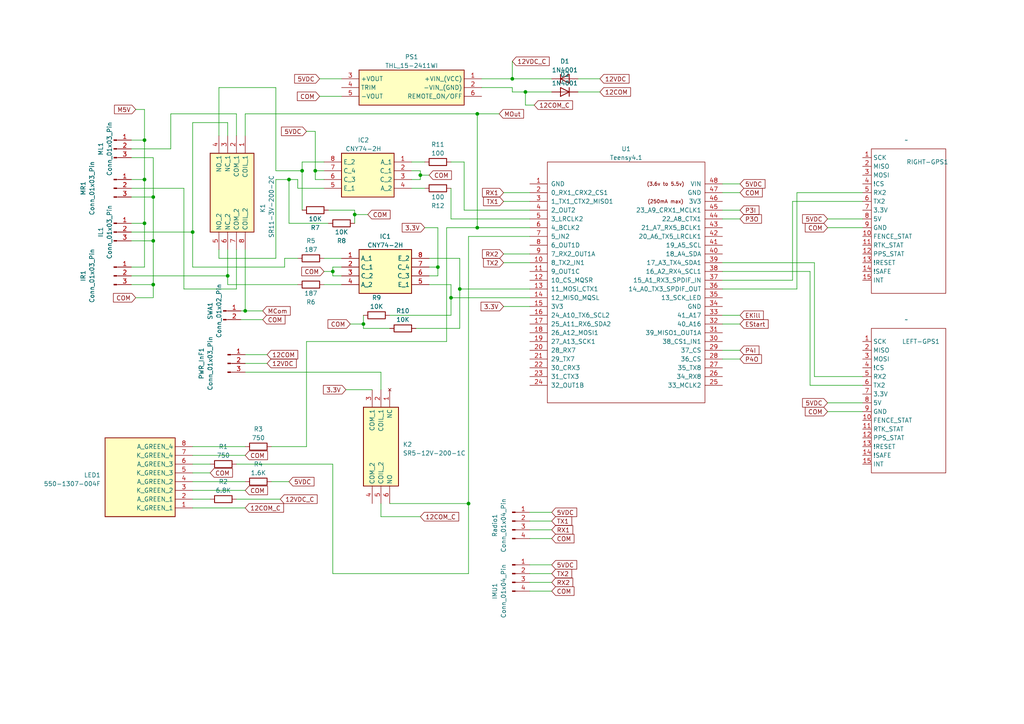
<source format=kicad_sch>
(kicad_sch (version 20230121) (generator eeschema)
  (paper "A4")
  (title_block (title "AGV Control Board") (rev "V1.2") (comment 1 "In/Out Swapped on A3C and A4C") (comment 2 "*Adding redable Txt on board") (comment 3 "E and C Swapped"))
  (lib_symbols
    (symbol "Boards:SparkFun_GPS-RTK"
      (property "Reference" "U3" (at -1.27 -6.35 0))
      (property "Value" "~" (at 0 0 0))
      (symbol "SparkFun_GPS-RTK_0_1"
        (rectangle (start -10.16 -2.54) (end 11.43 -44.45))
      )
      (symbol "SparkFun_GPS-RTK_1_1"
        (pin unspecified line (at -12.7 -6.35 0) (length 2.54) (name "SCK") (number "1"))
        (pin unspecified line (at -12.7 -29.21 0) (length 2.54) (name "FENCE_STAT") (number "10"))
        (pin unspecified line (at -12.7 -31.75 0) (length 2.54) (name "RTK_STAT") (number "11"))
        (pin unspecified line (at -12.7 -34.29 0) (length 2.54) (name "PPS_STAT") (number "12"))
        (pin unspecified line (at -12.7 -36.83 0) (length 2.54) (name "!RESET") (number "13"))
        (pin unspecified line (at -12.7 -39.37 0) (length 2.54) (name "!SAFE") (number "14"))
        (pin unspecified line (at -12.7 -41.91 0) (length 2.54) (name "INT") (number "15"))
        (pin unspecified line (at -12.7 -8.89 0) (length 2.54) (name "MISO") (number "2"))
        (pin unspecified line (at -12.7 -11.43 0) (length 2.54) (name "MOSI") (number "3"))
        (pin unspecified line (at -12.7 -13.97 0) (length 2.54) (name "!CS") (number "4"))
        (pin unspecified line (at -12.7 -16.51 0) (length 2.54) (name "RX2") (number "5"))
        (pin unspecified line (at -12.7 -19.05 0) (length 2.54) (name "TX2") (number "6"))
        (pin unspecified line (at -12.7 -21.59 0) (length 2.54) (name "3.3V") (number "7"))
        (pin unspecified line (at -12.7 -24.13 0) (length 2.54) (name "5V") (number "8"))
        (pin unspecified line (at -12.7 -26.67 0) (length 2.54) (name "GND") (number "9"))
      )
    )
    (symbol "Connector:Conn_01x02_Pin" (pin_names (offset 1.016) hide)
      (property "Reference" "J" (at 0 2.54 0))
      (property "Value" "Conn_01x02_Pin" (at 0 -5.08 0))
      (symbol "Conn_01x02_Pin_1_1"
        (polyline (pts (xy 1.27 -2.54) (xy 0.8636 -2.54)) (stroke (width 0.1524)))
        (polyline (pts (xy 1.27 0) (xy 0.8636 0)) (stroke (width 0.1524)))
        (rectangle (start 0.8636 -2.413) (end 0 -2.667) (stroke (width 0.1524)) (fill (type outline)))
        (rectangle (start 0.8636 0.127) (end 0 -0.127) (stroke (width 0.1524)) (fill (type outline)))
        (pin passive line (at 5.08 0 180) (length 3.81) (name "Pin_1") (number "1"))
        (pin passive line (at 5.08 -2.54 180) (length 3.81) (name "Pin_2") (number "2"))
      )
    )
    (symbol "Connector:Conn_01x03_Pin" (pin_names (offset 1.016) hide)
      (property "Reference" "J" (at 0 5.08 0))
      (property "Value" "Conn_01x03_Pin" (at 0 -5.08 0))
      (symbol "Conn_01x03_Pin_1_1"
        (polyline (pts (xy 1.27 -2.54) (xy 0.8636 -2.54)) (stroke (width 0.1524)))
        (polyline (pts (xy 1.27 0) (xy 0.8636 0)) (stroke (width 0.1524)))
        (polyline (pts (xy 1.27 2.54) (xy 0.8636 2.54)) (stroke (width 0.1524)))
        (rectangle (start 0.8636 -2.413) (end 0 -2.667) (stroke (width 0.1524)) (fill (type outline)))
        (rectangle (start 0.8636 0.127) (end 0 -0.127) (stroke (width 0.1524)) (fill (type outline)))
        (rectangle (start 0.8636 2.667) (end 0 2.413) (stroke (width 0.1524)) (fill (type outline)))
        (pin passive line (at 5.08 2.54 180) (length 3.81) (name "Pin_1") (number "1"))
        (pin passive line (at 5.08 0 180) (length 3.81) (name "Pin_2") (number "2"))
        (pin passive line (at 5.08 -2.54 180) (length 3.81) (name "Pin_3") (number "3"))
      )
    )
    (symbol "Connector:Conn_01x04_Pin" (pin_names (offset 1.016) hide)
      (property "Reference" "J" (at 0 5.08 0))
      (property "Value" "Conn_01x04_Pin" (at 0 -7.62 0))
      (symbol "Conn_01x04_Pin_1_1"
        (polyline (pts (xy 1.27 -5.08) (xy 0.8636 -5.08)) (stroke (width 0.1524)))
        (polyline (pts (xy 1.27 -2.54) (xy 0.8636 -2.54)) (stroke (width 0.1524)))
        (polyline (pts (xy 1.27 0) (xy 0.8636 0)) (stroke (width 0.1524)))
        (polyline (pts (xy 1.27 2.54) (xy 0.8636 2.54)) (stroke (width 0.1524)))
        (rectangle (start 0.8636 -4.953) (end 0 -5.207) (stroke (width 0.1524)) (fill (type outline)))
        (rectangle (start 0.8636 -2.413) (end 0 -2.667) (stroke (width 0.1524)) (fill (type outline)))
        (rectangle (start 0.8636 0.127) (end 0 -0.127) (stroke (width 0.1524)) (fill (type outline)))
        (rectangle (start 0.8636 2.667) (end 0 2.413) (stroke (width 0.1524)) (fill (type outline)))
        (pin passive line (at 5.08 2.54 180) (length 3.81) (name "Pin_1") (number "1"))
        (pin passive line (at 5.08 0 180) (length 3.81) (name "Pin_2") (number "2"))
        (pin passive line (at 5.08 -2.54 180) (length 3.81) (name "Pin_3") (number "3"))
        (pin passive line (at 5.08 -5.08 180) (length 3.81) (name "Pin_4") (number "4"))
      )
    )
    (symbol "Device:R" (pin_numbers hide) (pin_names (offset 0))
      (property "Reference" "R" (at 2.032 0 90))
      (property "Value" "R" (at 0 0 90))
      (symbol "R_0_1"
        (rectangle (start -1.016 -2.54) (end 1.016 2.54) (stroke (width 0.254)))
      )
      (symbol "R_1_1"
        (pin passive line (at 0 3.81 270) (length 1.27) (name "~") (number "1"))
        (pin passive line (at 0 -3.81 90) (length 1.27) (name "~") (number "2"))
      )
    )
    (symbol "Diode:1N4001" (pin_numbers hide) (pin_names hide)
      (property "Reference" "D" (at 0 2.54 0))
      (property "Value" "1N4001" (at 0 -2.54 0))
      (symbol "1N4001_0_1"
        (polyline (pts (xy -1.27 1.27) (xy -1.27 -1.27)) (stroke (width 0.254)))
        (polyline (pts (xy 1.27 0) (xy -1.27 0)))
        (polyline (pts (xy 1.27 1.27) (xy 1.27 -1.27) (xy -1.27 0) (xy 1.27 1.27)) (stroke (width 0.254)))
      )
      (symbol "1N4001_1_1"
        (pin passive line (at -3.81 0 0) (length 2.54) (name "K") (number "1"))
        (pin passive line (at 3.81 0 180) (length 2.54) (name "A") (number "2"))
      )
    )
    (symbol "SamacSys:550-1307-004F"
      (property "Reference" "LED" (at 26.67 7.62 0))
      (property "Value" "550-1307-004F" (at 26.67 5.08 0))
      (symbol "550-1307-004F_1_1"
        (rectangle (start 5.08 2.54) (end 25.4 -20.32) (stroke (width 0.254)) (fill (type background)))
        (pin passive line (at 0 -17.78 0) (length 5.08) (name "K_GREEN_1") (number "1"))
        (pin passive line (at 0 -15.24 0) (length 5.08) (name "A_GREEN_1") (number "2"))
        (pin passive line (at 0 -12.7 0) (length 5.08) (name "K_GREEN_2") (number "3"))
        (pin passive line (at 0 -10.16 0) (length 5.08) (name "A_GREEN_2") (number "4"))
        (pin passive line (at 0 -7.62 0) (length 5.08) (name "K_GREEN_3") (number "5"))
        (pin passive line (at 0 -5.08 0) (length 5.08) (name "A_GREEN_3") (number "6"))
        (pin passive line (at 0 -2.54 0) (length 5.08) (name "K_GREEN_4") (number "7"))
        (pin passive line (at 0 0 0) (length 5.08) (name "A_GREEN_4") (number "8"))
      )
    )
    (symbol "SamacSys:CNY74-2H"
      (property "Reference" "Q" (at 21.59 7.62 0))
      (property "Value" "CNY74-2H" (at 21.59 5.08 0))
      (symbol "CNY74-2H_1_1"
        (rectangle (start 5.08 2.54) (end 20.32 -10.16) (stroke (width 0.254)) (fill (type background)))
        (pin passive line (at 0 0 0) (length 5.08) (name "A_1") (number "1"))
        (pin passive line (at 0 -2.54 0) (length 5.08) (name "C_1") (number "2"))
        (pin passive line (at 0 -5.08 0) (length 5.08) (name "C_2") (number "3"))
        (pin passive line (at 0 -7.62 0) (length 5.08) (name "A_2") (number "4"))
        (pin passive line (at 25.4 -7.62 180) (length 5.08) (name "E_1") (number "5"))
        (pin passive line (at 25.4 -5.08 180) (length 5.08) (name "C_3") (number "6"))
        (pin passive line (at 25.4 -2.54 180) (length 5.08) (name "C_4") (number "7"))
        (pin passive line (at 25.4 0 180) (length 5.08) (name "E_2") (number "8"))
      )
    )
    (symbol "SamacSys:SR11-3V-200-2C"
      (property "Reference" "K" (at 29.21 7.62 0))
      (property "Value" "SR11-3V-200-2C" (at 29.21 5.08 0))
      (symbol "SR11-3V-200-2C_1_1"
        (rectangle (start 5.08 2.54) (end 27.94 -10.16) (stroke (width 0.254)) (fill (type background)))
        (pin passive line (at 0 0 0) (length 5.08) (name "COIL_1") (number "1"))
        (pin passive line (at 0 -2.54 0) (length 5.08) (name "COM_1") (number "2"))
        (pin passive line (at 0 -5.08 0) (length 5.08) (name "NC_1") (number "3"))
        (pin passive line (at 0 -7.62 0) (length 5.08) (name "NO_1") (number "4"))
        (pin passive line (at 33.02 -7.62 180) (length 5.08) (name "NO_2") (number "5"))
        (pin passive line (at 33.02 -5.08 180) (length 5.08) (name "NC_2") (number "6"))
        (pin passive line (at 33.02 -2.54 180) (length 5.08) (name "COM_2") (number "7"))
        (pin passive line (at 33.02 0 180) (length 5.08) (name "COIL_2") (number "8"))
      )
    )
    (symbol "SamacSys:SR5-12V-200-1C"
      (property "Reference" "J" (at 29.21 7.62 0))
      (property "Value" "SR5-12V-200-1C" (at 29.21 5.08 0))
      (symbol "SR5-12V-200-1C_1_1"
        (rectangle (start 5.08 2.54) (end 27.94 -7.62) (stroke (width 0.254)) (fill (type background)))
        (pin no_connect line (at 0 0 0) (length 5.08) (name "NC") (number "1"))
        (pin passive line (at 0 -2.54 0) (length 5.08) (name "COIL_1") (number "2"))
        (pin passive line (at 0 -5.08 0) (length 5.08) (name "COM_1") (number "3"))
        (pin passive line (at 33.02 -5.08 180) (length 5.08) (name "COM_2") (number "4"))
        (pin passive line (at 33.02 -2.54 180) (length 5.08) (name "COIL_2") (number "5"))
        (pin passive line (at 33.02 0 180) (length 5.08) (name "NO") (number "6"))
      )
    )
    (symbol "SamacSys:THL_15-2411WI"
      (property "Reference" "PS" (at 36.83 7.62 0))
      (property "Value" "THL_15-2411WI" (at 36.83 5.08 0))
      (symbol "THL_15-2411WI_1_1"
        (rectangle (start 5.08 2.54) (end 35.56 -7.62) (stroke (width 0.254)) (fill (type background)))
        (pin passive line (at 40.64 0 180) (length 5.08) (name "+VIN_(VCC)") (number "1"))
        (pin passive line (at 40.64 -2.54 180) (length 5.08) (name "-VIN_(GND)") (number "2"))
        (pin passive line (at 0 0 0) (length 5.08) (name "+VOUT") (number "3"))
        (pin passive line (at 0 -2.54 0) (length 5.08) (name "TRIM") (number "4"))
        (pin passive line (at 0 -5.08 0) (length 5.08) (name "-VOUT") (number "5"))
        (pin passive line (at 40.64 -5.08 180) (length 5.08) (name "REMOTE_ON/OFF") (number "6"))
      )
    )
    (symbol "SparkFun_GPS-RTK_1"
      (property "Reference" "U2" (at 0 -6.35 0))
      (property "Value" "~" (at 0 0 0))
      (symbol "SparkFun_GPS-RTK_1_0_1"
        (rectangle (start -10.16 -2.54) (end 11.43 -44.45))
      )
      (symbol "SparkFun_GPS-RTK_1_1_1"
        (pin unspecified line (at -12.7 -5.08 0) (length 2.54) (name "SCK") (number "1"))
        (pin unspecified line (at -12.7 -27.94 0) (length 2.54) (name "FENCE_STAT") (number "10"))
        (pin unspecified line (at -12.7 -30.48 0) (length 2.54) (name "RTK_STAT") (number "11"))
        (pin unspecified line (at -12.7 -33.02 0) (length 2.54) (name "PPS_STAT") (number "12"))
        (pin unspecified line (at -12.7 -35.56 0) (length 2.54) (name "!RESET") (number "13"))
        (pin unspecified line (at -12.7 -38.1 0) (length 2.54) (name "!SAFE") (number "14"))
        (pin unspecified line (at -12.7 -40.64 0) (length 2.54) (name "INT") (number "15"))
        (pin unspecified line (at -12.7 -7.62 0) (length 2.54) (name "MISO") (number "2"))
        (pin unspecified line (at -12.7 -10.16 0) (length 2.54) (name "MOSI") (number "3"))
        (pin unspecified line (at -12.7 -12.7 0) (length 2.54) (name "!CS") (number "4"))
        (pin unspecified line (at -12.7 -15.24 0) (length 2.54) (name "RX2") (number "5"))
        (pin unspecified line (at -12.7 -17.78 0) (length 2.54) (name "TX2") (number "6"))
        (pin unspecified line (at -12.7 -20.32 0) (length 2.54) (name "3.3V") (number "7"))
        (pin unspecified line (at -12.7 -22.86 0) (length 2.54) (name "5V") (number "8"))
        (pin unspecified line (at -12.7 -25.4 0) (length 2.54) (name "GND") (number "9"))
      )
    )
    (symbol "Teensy:Teensy4.1" (pin_names (offset 1.016))
      (property "Reference" "U1" (at 0 64.77 0))
      (property "Value" "Teensy4.1" (at 0 62.23 0))
      (symbol "Teensy4.1_0_0"
        (text "(250mA max)" (at 11.43 49.53 0) (effects (font (size 1.016 1.016))))
        (text "(3.6v to 5.5v)" (at 11.43 54.61 0) (effects (font (size 1.016 1.016))))
        (pin bidirectional line (at -27.94 31.75 0) (length 5.08) (name "8_TX2_IN1") (number "10"))
        (pin bidirectional line (at -27.94 29.21 0) (length 5.08) (name "9_OUT1C") (number "11"))
        (pin bidirectional line (at -27.94 26.67 0) (length 5.08) (name "10_CS_MQSR") (number "12"))
        (pin bidirectional line (at -27.94 24.13 0) (length 5.08) (name "11_MOSI_CTX1") (number "13"))
        (pin bidirectional line (at -27.94 21.59 0) (length 5.08) (name "12_MISO_MQSL") (number "14"))
        (pin power_in line (at -27.94 19.05 0) (length 5.08) (name "3V3") (number "15"))
        (pin bidirectional line (at -27.94 16.51 0) (length 5.08) (name "24_A10_TX6_SCL2") (number "16"))
        (pin bidirectional line (at -27.94 13.97 0) (length 5.08) (name "25_A11_RX6_SDA2") (number "17"))
        (pin bidirectional line (at -27.94 11.43 0) (length 5.08) (name "26_A12_MOSI1") (number "18"))
        (pin bidirectional line (at -27.94 8.89 0) (length 5.08) (name "27_A13_SCK1") (number "19"))
        (pin bidirectional line (at -27.94 6.35 0) (length 5.08) (name "28_RX7") (number "20"))
        (pin bidirectional line (at -27.94 3.81 0) (length 5.08) (name "29_TX7") (number "21"))
        (pin bidirectional line (at -27.94 1.27 0) (length 5.08) (name "30_CRX3") (number "22"))
        (pin bidirectional line (at -27.94 -1.27 0) (length 5.08) (name "31_CTX3") (number "23"))
        (pin bidirectional line (at -27.94 -3.81 0) (length 5.08) (name "32_OUT1B") (number "24"))
        (pin bidirectional line (at 27.94 -3.81 180) (length 5.08) (name "33_MCLK2") (number "25"))
        (pin bidirectional line (at 27.94 -1.27 180) (length 5.08) (name "34_RX8") (number "26"))
        (pin bidirectional line (at 27.94 1.27 180) (length 5.08) (name "35_TX8") (number "27"))
        (pin bidirectional line (at 27.94 3.81 180) (length 5.08) (name "36_CS") (number "28"))
        (pin bidirectional line (at 27.94 6.35 180) (length 5.08) (name "37_CS") (number "29"))
        (pin bidirectional line (at 27.94 8.89 180) (length 5.08) (name "38_CS1_IN1") (number "30"))
        (pin bidirectional line (at 27.94 11.43 180) (length 5.08) (name "39_MISO1_OUT1A") (number "31"))
        (pin bidirectional line (at 27.94 13.97 180) (length 5.08) (name "40_A16") (number "32"))
        (pin bidirectional line (at 27.94 16.51 180) (length 5.08) (name "41_A17") (number "33"))
        (pin bidirectional line (at 27.94 21.59 180) (length 5.08) (name "13_SCK_LED") (number "35"))
        (pin bidirectional line (at 27.94 24.13 180) (length 5.08) (name "14_A0_TX3_SPDIF_OUT") (number "36"))
        (pin bidirectional line (at 27.94 26.67 180) (length 5.08) (name "15_A1_RX3_SPDIF_IN") (number "37"))
        (pin bidirectional line (at 27.94 29.21 180) (length 5.08) (name "16_A2_RX4_SCL1") (number "38"))
        (pin bidirectional line (at 27.94 31.75 180) (length 5.08) (name "17_A3_TX4_SDA1") (number "39"))
        (pin bidirectional line (at 27.94 34.29 180) (length 5.08) (name "18_A4_SDA") (number "40"))
        (pin bidirectional line (at 27.94 36.83 180) (length 5.08) (name "19_A5_SCL") (number "41"))
        (pin bidirectional line (at 27.94 39.37 180) (length 5.08) (name "20_A6_TX5_LRCLK1") (number "42"))
        (pin bidirectional line (at 27.94 41.91 180) (length 5.08) (name "21_A7_RX5_BCLK1") (number "43"))
        (pin bidirectional line (at 27.94 44.45 180) (length 5.08) (name "22_A8_CTX1") (number "44"))
        (pin bidirectional line (at 27.94 46.99 180) (length 5.08) (name "23_A9_CRX1_MCLK1") (number "45"))
        (pin output line (at 27.94 49.53 180) (length 5.08) (name "3V3") (number "46"))
        (pin output line (at 27.94 52.07 180) (length 5.08) (name "GND") (number "47"))
        (pin power_in line (at 27.94 54.61 180) (length 5.08) (name "VIN") (number "48"))
        (pin bidirectional line (at -27.94 44.45 0) (length 5.08) (name "3_LRCLK2") (number "5"))
        (pin bidirectional line (at -27.94 41.91 0) (length 5.08) (name "4_BCLK2") (number "6"))
        (pin bidirectional line (at -27.94 39.37 0) (length 5.08) (name "5_IN2") (number "7"))
        (pin bidirectional line (at -27.94 36.83 0) (length 5.08) (name "6_OUT1D") (number "8"))
        (pin bidirectional line (at -27.94 34.29 0) (length 5.08) (name "7_RX2_OUT1A") (number "9"))
      )
      (symbol "Teensy4.1_0_1"
        (rectangle (start -22.86 60.96) (end 22.86 -8.89))
        (rectangle (start -20.32 -1.27) (end -20.32 -1.27))
      )
      (symbol "Teensy4.1_1_1"
        (pin power_in line (at -27.94 54.61 0) (length 5.08) (name "GND") (number "1"))
        (pin bidirectional line (at -27.94 52.07 0) (length 5.08) (name "0_RX1_CRX2_CS1") (number "2"))
        (pin bidirectional line (at -27.94 49.53 0) (length 5.08) (name "1_TX1_CTX2_MISO1") (number "3"))
        (pin power_in line (at 27.94 19.05 180) (length 5.08) (name "GND") (number "34"))
        (pin bidirectional line (at -27.94 46.99 0) (length 5.08) (name "2_OUT2") (number "4"))
      )
    )
  )
  (junction (at 130.81 86.36))
  (junction (at 102.87 62.23))
  (junction (at 41.91 52.07))
  (junction (at 121.92 50.8))
  (junction (at 55.88 67.31))
  (junction (at 152.4 26.67))
  (junction (at 41.91 40.64))
  (junction (at 66.04 80.01))
  (junction (at 138.43 66.04))
  (junction (at 138.43 33.02))
  (junction (at 135.89 146.05))
  (junction (at 96.52 78.74))
  (junction (at 133.35 83.82))
  (junction (at 105.41 93.98))
  (junction (at 87.63 49.53))
  (junction (at 41.91 64.77))
  (junction (at 91.44 49.53))
  (junction (at 148.59 22.86))
  (junction (at 71.12 90.17))
  (junction (at 44.45 82.55))
  (junction (at 44.45 57.15))
  (junction (at 44.45 69.85))
  (junction (at 83.82 52.07))
  (junction (at 127 77.47))
  (wire (pts (xy 209.55 81.28) (xy 229.87 81.28)))
  (wire (pts (xy 138.43 66.04) (xy 138.43 33.02)))
  (wire (pts (xy 209.55 83.82) (xy 231.14 83.82)))
  (wire (pts (xy 146.05 73.66) (xy 153.67 73.66)))
  (wire (pts (xy 93.98 54.61) (xy 86.36 54.61)))
  (wire (pts (xy 93.98 46.99) (xy 87.63 46.99)))
  (wire (pts (xy 134.62 46.99) (xy 134.62 60.96)))
  (wire (pts (xy 71.12 72.39) (xy 71.12 90.17)))
  (wire (pts (xy 80.01 52.07) (xy 83.82 52.07)))
  (wire (pts (xy 38.1 40.64) (xy 41.91 40.64)))
  (wire (pts (xy 234.95 78.74) (xy 234.95 111.76)))
  (wire (pts (xy 96.52 80.01) (xy 96.52 78.74)))
  (wire (pts (xy 167.64 22.86) (xy 173.99 22.86)))
  (wire (pts (xy 127 80.01) (xy 127 77.47)))
  (wire (pts (xy 153.67 156.21) (xy 160.02 156.21)))
  (wire (pts (xy 87.63 46.99) (xy 87.63 49.53)))
  (wire (pts (xy 96.52 78.74) (xy 96.52 77.47)))
  (wire (pts (xy 127 66.04) (xy 127 77.47)))
  (wire (pts (xy 41.91 77.47) (xy 41.91 64.77)))
  (wire (pts (xy 138.43 33.02) (xy 144.78 33.02)))
  (wire (pts (xy 138.43 66.04) (xy 153.67 66.04)))
  (wire (pts (xy 71.12 105.41) (xy 77.47 105.41)))
  (wire (pts (xy 68.58 33.02) (xy 68.58 39.37)))
  (wire (pts (xy 240.03 119.38) (xy 250.19 119.38)))
  (wire (pts (xy 68.58 144.78) (xy 81.28 144.78)))
  (wire (pts (xy 38.1 45.72) (xy 44.45 45.72)))
  (wire (pts (xy 91.44 49.53) (xy 91.44 52.07)))
  (wire (pts (xy 80.01 25.4) (xy 80.01 49.53)))
  (wire (pts (xy 41.91 40.64) (xy 41.91 52.07)))
  (wire (pts (xy 100.33 113.03) (xy 107.95 113.03)))
  (wire (pts (xy 153.67 166.37) (xy 160.02 166.37)))
  (wire (pts (xy 209.55 55.88) (xy 214.63 55.88)))
  (wire (pts (xy 95.25 60.96) (xy 102.87 60.96)))
  (wire (pts (xy 153.67 148.59) (xy 160.02 148.59)))
  (wire (pts (xy 209.55 101.6) (xy 214.63 101.6)))
  (wire (pts (xy 119.38 54.61) (xy 123.19 54.61)))
  (wire (pts (xy 80.01 52.07) (xy 80.01 74.93)))
  (wire (pts (xy 124.46 50.8) (xy 121.92 50.8)))
  (wire (pts (xy 71.12 102.87) (xy 77.47 102.87)))
  (wire (pts (xy 80.01 74.93) (xy 63.5 74.93)))
  (wire (pts (xy 102.87 60.96) (xy 102.87 62.23)))
  (wire (pts (xy 55.88 129.54) (xy 71.12 129.54)))
  (wire (pts (xy 38.1 77.47) (xy 41.91 77.47)))
  (wire (pts (xy 110.49 107.95) (xy 110.49 113.03)))
  (wire (pts (xy 68.58 83.82) (xy 68.58 72.39)))
  (wire (pts (xy 123.19 66.04) (xy 127 66.04)))
  (wire (pts (xy 66.04 80.01) (xy 66.04 82.55)))
  (wire (pts (xy 55.88 134.62) (xy 60.96 134.62)))
  (wire (pts (xy 121.92 49.53) (xy 121.92 50.8)))
  (wire (pts (xy 152.4 26.67) (xy 148.59 26.67)))
  (wire (pts (xy 55.88 35.56) (xy 66.04 35.56)))
  (wire (pts (xy 135.89 68.58) (xy 153.67 68.58)))
  (wire (pts (xy 130.81 91.44) (xy 130.81 86.36)))
  (wire (pts (xy 106.68 62.23) (xy 102.87 62.23)))
  (wire (pts (xy 41.91 52.07) (xy 38.1 52.07)))
  (wire (pts (xy 88.9 99.06) (xy 129.54 99.06)))
  (wire (pts (xy 153.67 151.13) (xy 160.02 151.13)))
  (wire (pts (xy 130.81 86.36) (xy 153.67 86.36)))
  (wire (pts (xy 93.98 52.07) (xy 91.44 52.07)))
  (wire (pts (xy 134.62 60.96) (xy 153.67 60.96)))
  (wire (pts (xy 105.41 95.25) (xy 105.41 93.98)))
  (wire (pts (xy 146.05 88.9) (xy 153.67 88.9)))
  (wire (pts (xy 130.81 46.99) (xy 134.62 46.99)))
  (wire (pts (xy 38.1 57.15) (xy 44.45 57.15)))
  (wire (pts (xy 124.46 74.93) (xy 133.35 74.93)))
  (wire (pts (xy 69.85 92.71) (xy 76.2 92.71)))
  (wire (pts (xy 119.38 52.07) (xy 121.92 52.07)))
  (wire (pts (xy 93.98 82.55) (xy 99.06 82.55)))
  (wire (pts (xy 229.87 81.28) (xy 229.87 58.42)))
  (wire (pts (xy 80.01 25.4) (xy 63.5 25.4)))
  (wire (pts (xy 63.5 72.39) (xy 63.5 74.93)))
  (wire (pts (xy 86.36 54.61) (xy 86.36 52.07)))
  (wire (pts (xy 236.22 109.22) (xy 250.19 109.22)))
  (wire (pts (xy 38.1 67.31) (xy 55.88 67.31)))
  (wire (pts (xy 153.67 168.91) (xy 160.02 168.91)))
  (wire (pts (xy 119.38 46.99) (xy 123.19 46.99)))
  (wire (pts (xy 91.44 49.53) (xy 91.44 38.1)))
  (wire (pts (xy 130.81 54.61) (xy 130.81 63.5)))
  (wire (pts (xy 209.55 60.96) (xy 214.63 60.96)))
  (wire (pts (xy 93.98 78.74) (xy 96.52 78.74)))
  (wire (pts (xy 240.03 116.84) (xy 250.19 116.84)))
  (wire (pts (xy 49.53 33.02) (xy 68.58 33.02)))
  (wire (pts (xy 80.01 49.53) (xy 87.63 49.53)))
  (wire (pts (xy 38.1 80.01) (xy 66.04 80.01)))
  (wire (pts (xy 229.87 58.42) (xy 250.19 58.42)))
  (wire (pts (xy 121.92 49.53) (xy 119.38 49.53)))
  (wire (pts (xy 209.55 91.44) (xy 214.63 91.44)))
  (wire (pts (xy 153.67 163.83) (xy 160.02 163.83)))
  (wire (pts (xy 95.25 64.77) (xy 83.82 64.77)))
  (wire (pts (xy 55.88 77.47) (xy 55.88 67.31)))
  (wire (pts (xy 93.98 49.53) (xy 91.44 49.53)))
  (wire (pts (xy 146.05 76.2) (xy 153.67 76.2)))
  (wire (pts (xy 87.63 49.53) (xy 87.63 60.96)))
  (wire (pts (xy 135.89 146.05) (xy 135.89 68.58)))
  (wire (pts (xy 135.89 166.37) (xy 135.89 146.05)))
  (wire (pts (xy 63.5 25.4) (xy 63.5 39.37)))
  (wire (pts (xy 68.58 134.62) (xy 96.52 134.62)))
  (wire (pts (xy 209.55 76.2) (xy 236.22 76.2)))
  (wire (pts (xy 38.1 82.55) (xy 44.45 82.55)))
  (wire (pts (xy 78.74 139.7) (xy 83.82 139.7)))
  (wire (pts (xy 92.71 22.86) (xy 99.06 22.86)))
  (wire (pts (xy 71.12 107.95) (xy 110.49 107.95)))
  (wire (pts (xy 113.03 95.25) (xy 105.41 95.25)))
  (wire (pts (xy 209.55 63.5) (xy 214.63 63.5)))
  (wire (pts (xy 152.4 30.48) (xy 152.4 26.67)))
  (wire (pts (xy 96.52 77.47) (xy 99.06 77.47)))
  (wire (pts (xy 148.59 17.78) (xy 148.59 22.86)))
  (wire (pts (xy 82.55 77.47) (xy 55.88 77.47)))
  (wire (pts (xy 124.46 82.55) (xy 130.81 82.55)))
  (wire (pts (xy 88.9 129.54) (xy 88.9 99.06)))
  (wire (pts (xy 120.65 95.25) (xy 133.35 95.25)))
  (wire (pts (xy 49.53 43.18) (xy 49.53 33.02)))
  (wire (pts (xy 86.36 82.55) (xy 66.04 82.55)))
  (wire (pts (xy 55.88 142.24) (xy 71.12 142.24)))
  (wire (pts (xy 53.34 54.61) (xy 53.34 83.82)))
  (wire (pts (xy 130.81 63.5) (xy 153.67 63.5)))
  (wire (pts (xy 39.37 86.36) (xy 44.45 86.36)))
  (wire (pts (xy 110.49 146.05) (xy 110.49 149.86)))
  (wire (pts (xy 133.35 74.93) (xy 133.35 83.82)))
  (wire (pts (xy 139.7 22.86) (xy 148.59 22.86)))
  (wire (pts (xy 209.55 93.98) (xy 214.63 93.98)))
  (wire (pts (xy 209.55 53.34) (xy 214.63 53.34)))
  (wire (pts (xy 38.1 69.85) (xy 44.45 69.85)))
  (wire (pts (xy 99.06 80.01) (xy 96.52 80.01)))
  (wire (pts (xy 55.88 132.08) (xy 71.12 132.08)))
  (wire (pts (xy 113.03 91.44) (xy 130.81 91.44)))
  (wire (pts (xy 236.22 76.2) (xy 236.22 109.22)))
  (wire (pts (xy 102.87 64.77) (xy 102.87 62.23)))
  (wire (pts (xy 96.52 166.37) (xy 135.89 166.37)))
  (wire (pts (xy 38.1 54.61) (xy 53.34 54.61)))
  (wire (pts (xy 55.88 139.7) (xy 71.12 139.7)))
  (wire (pts (xy 146.05 55.88) (xy 153.67 55.88)))
  (wire (pts (xy 55.88 147.32) (xy 71.12 147.32)))
  (wire (pts (xy 133.35 83.82) (xy 153.67 83.82)))
  (wire (pts (xy 209.55 78.74) (xy 234.95 78.74)))
  (wire (pts (xy 71.12 90.17) (xy 76.2 90.17)))
  (wire (pts (xy 130.81 82.55) (xy 130.81 86.36)))
  (wire (pts (xy 129.54 99.06) (xy 129.54 66.04)))
  (wire (pts (xy 41.91 31.75) (xy 41.91 40.64)))
  (wire (pts (xy 167.64 26.67) (xy 173.99 26.67)))
  (wire (pts (xy 139.7 25.4) (xy 148.59 25.4)))
  (wire (pts (xy 209.55 104.14) (xy 214.63 104.14)))
  (wire (pts (xy 231.14 83.82) (xy 231.14 55.88)))
  (wire (pts (xy 88.9 38.1) (xy 91.44 38.1)))
  (wire (pts (xy 55.88 67.31) (xy 55.88 35.56)))
  (wire (pts (xy 92.71 27.94) (xy 99.06 27.94)))
  (wire (pts (xy 138.43 33.02) (xy 71.12 33.02)))
  (wire (pts (xy 148.59 22.86) (xy 160.02 22.86)))
  (wire (pts (xy 55.88 137.16) (xy 60.96 137.16)))
  (wire (pts (xy 124.46 77.47) (xy 127 77.47)))
  (wire (pts (xy 55.88 144.78) (xy 60.96 144.78)))
  (wire (pts (xy 110.49 149.86) (xy 121.92 149.86)))
  (wire (pts (xy 66.04 80.01) (xy 66.04 72.39)))
  (wire (pts (xy 71.12 90.17) (xy 69.85 90.17)))
  (wire (pts (xy 44.45 82.55) (xy 44.45 69.85)))
  (wire (pts (xy 121.92 50.8) (xy 121.92 52.07)))
  (wire (pts (xy 53.34 83.82) (xy 68.58 83.82)))
  (wire (pts (xy 96.52 134.62) (xy 96.52 166.37)))
  (wire (pts (xy 101.6 93.98) (xy 105.41 93.98)))
  (wire (pts (xy 38.1 43.18) (xy 49.53 43.18)))
  (wire (pts (xy 44.45 86.36) (xy 44.45 82.55)))
  (wire (pts (xy 129.54 66.04) (xy 138.43 66.04)))
  (wire (pts (xy 234.95 111.76) (xy 250.19 111.76)))
  (wire (pts (xy 153.67 171.45) (xy 160.02 171.45)))
  (wire (pts (xy 154.94 30.48) (xy 152.4 30.48)))
  (wire (pts (xy 124.46 80.01) (xy 127 80.01)))
  (wire (pts (xy 231.14 55.88) (xy 250.19 55.88)))
  (wire (pts (xy 113.03 146.05) (xy 135.89 146.05)))
  (wire (pts (xy 82.55 74.93) (xy 82.55 77.47)))
  (wire (pts (xy 44.45 57.15) (xy 44.45 45.72)))
  (wire (pts (xy 240.03 63.5) (xy 250.19 63.5)))
  (wire (pts (xy 82.55 74.93) (xy 86.36 74.93)))
  (wire (pts (xy 41.91 64.77) (xy 41.91 52.07)))
  (wire (pts (xy 160.02 26.67) (xy 152.4 26.67)))
  (wire (pts (xy 153.67 153.67) (xy 160.02 153.67)))
  (wire (pts (xy 39.37 31.75) (xy 41.91 31.75)))
  (wire (pts (xy 66.04 35.56) (xy 66.04 39.37)))
  (wire (pts (xy 148.59 26.67) (xy 148.59 25.4)))
  (wire (pts (xy 38.1 64.77) (xy 41.91 64.77)))
  (wire (pts (xy 93.98 74.93) (xy 99.06 74.93)))
  (wire (pts (xy 78.74 129.54) (xy 88.9 129.54)))
  (wire (pts (xy 146.05 58.42) (xy 153.67 58.42)))
  (wire (pts (xy 105.41 91.44) (xy 105.41 93.98)))
  (wire (pts (xy 83.82 64.77) (xy 83.82 52.07)))
  (wire (pts (xy 133.35 95.25) (xy 133.35 83.82)))
  (wire (pts (xy 240.03 66.04) (xy 250.19 66.04)))
  (wire (pts (xy 44.45 69.85) (xy 44.45 57.15)))
  (wire (pts (xy 86.36 52.07) (xy 83.82 52.07)))
  (wire (pts (xy 71.12 33.02) (xy 71.12 39.37)))
  (global_label "3.3V" (shape input) (at 123.19 66.04 180) (property "Intersheetrefs" "${INTERSHEET_REFS}" (effects hide)))
  (global_label "12COM_C" (shape input) (at 154.94 30.48 0) (property "Intersheetrefs" "${INTERSHEET_REFS}" (effects hide)))
  (global_label "5VDC" (shape input) (at 92.71 22.86 180) (property "Intersheetrefs" "${INTERSHEET_REFS}" (effects hide)))
  (global_label "COM" (shape input) (at 240.03 66.04 180) (property "Intersheetrefs" "${INTERSHEET_REFS}" (effects hide)))
  (global_label "COM" (shape input) (at 214.63 55.88 0) (property "Intersheetrefs" "${INTERSHEET_REFS}" (effects hide)))
  (global_label "COM" (shape input) (at 76.2 92.71 0) (property "Intersheetrefs" "${INTERSHEET_REFS}" (effects hide)))
  (global_label "EKill" (shape input) (at 214.63 91.44 0) (property "Intersheetrefs" "${INTERSHEET_REFS}" (effects hide)))
  (global_label "RX1" (shape input) (at 160.02 153.67 0) (property "Intersheetrefs" "${INTERSHEET_REFS}" (effects hide)))
  (global_label "MCom" (shape input) (at 76.2 90.17 0) (property "Intersheetrefs" "${INTERSHEET_REFS}" (effects hide)))
  (global_label "5VDC" (shape input) (at 240.03 63.5 180) (property "Intersheetrefs" "${INTERSHEET_REFS}" (effects hide)))
  (global_label "5VDC" (shape input) (at 160.02 163.83 0) (property "Intersheetrefs" "${INTERSHEET_REFS}" (effects hide)))
  (global_label "COM" (shape input) (at 60.96 137.16 0) (property "Intersheetrefs" "${INTERSHEET_REFS}" (effects hide)))
  (global_label "5VDC" (shape input) (at 88.9 38.1 180) (property "Intersheetrefs" "${INTERSHEET_REFS}" (effects hide)))
  (global_label "5VDC" (shape input) (at 240.03 116.84 180) (property "Intersheetrefs" "${INTERSHEET_REFS}" (effects hide)))
  (global_label "EStart" (shape input) (at 214.63 93.98 0) (property "Intersheetrefs" "${INTERSHEET_REFS}" (effects hide)))
  (global_label "P4I" (shape input) (at 214.63 101.6 0) (property "Intersheetrefs" "${INTERSHEET_REFS}" (effects hide)))
  (global_label "TX1" (shape input) (at 160.02 151.13 0) (property "Intersheetrefs" "${INTERSHEET_REFS}" (effects hide)))
  (global_label "COM" (shape input) (at 160.02 156.21 0) (property "Intersheetrefs" "${INTERSHEET_REFS}" (effects hide)))
  (global_label "COM" (shape input) (at 92.71 27.94 180) (property "Intersheetrefs" "${INTERSHEET_REFS}" (effects hide)))
  (global_label "COM" (shape input) (at 160.02 171.45 0) (property "Intersheetrefs" "${INTERSHEET_REFS}" (effects hide)))
  (global_label "COM" (shape input) (at 106.68 62.23 0) (property "Intersheetrefs" "${INTERSHEET_REFS}" (effects hide)))
  (global_label "COM" (shape input) (at 93.98 78.74 180) (property "Intersheetrefs" "${INTERSHEET_REFS}" (effects hide)))
  (global_label "COM" (shape input) (at 39.37 86.36 180) (property "Intersheetrefs" "${INTERSHEET_REFS}" (effects hide)))
  (global_label "12COM" (shape input) (at 173.99 26.67 0) (property "Intersheetrefs" "${INTERSHEET_REFS}" (effects hide)))
  (global_label "COM" (shape input) (at 240.03 119.38 180) (property "Intersheetrefs" "${INTERSHEET_REFS}" (effects hide)))
  (global_label "3.3V" (shape input) (at 146.05 88.9 180) (property "Intersheetrefs" "${INTERSHEET_REFS}" (effects hide)))
  (global_label "RX2" (shape input) (at 160.02 168.91 0) (property "Intersheetrefs" "${INTERSHEET_REFS}" (effects hide)))
  (global_label "P3O" (shape input) (at 214.63 63.5 0) (property "Intersheetrefs" "${INTERSHEET_REFS}" (effects hide)))
  (global_label "12VDC" (shape input) (at 77.47 105.41 0) (property "Intersheetrefs" "${INTERSHEET_REFS}" (effects hide)))
  (global_label "RX2" (shape input) (at 146.05 73.66 180) (property "Intersheetrefs" "${INTERSHEET_REFS}" (effects hide)))
  (global_label "M5V" (shape input) (at 39.37 31.75 180) (property "Intersheetrefs" "${INTERSHEET_REFS}" (effects hide)))
  (global_label "12VDC_C" (shape input) (at 148.59 17.78 0) (property "Intersheetrefs" "${INTERSHEET_REFS}" (effects hide)))
  (global_label "TX2" (shape input) (at 160.02 166.37 0) (property "Intersheetrefs" "${INTERSHEET_REFS}" (effects hide)))
  (global_label "COM" (shape input) (at 71.12 142.24 0) (property "Intersheetrefs" "${INTERSHEET_REFS}" (effects hide)))
  (global_label "12COM_C" (shape input) (at 121.92 149.86 0) (property "Intersheetrefs" "${INTERSHEET_REFS}" (effects hide)))
  (global_label "5VDC" (shape input) (at 160.02 148.59 0) (property "Intersheetrefs" "${INTERSHEET_REFS}" (effects hide)))
  (global_label "12VDC" (shape input) (at 173.99 22.86 0) (property "Intersheetrefs" "${INTERSHEET_REFS}" (effects hide)))
  (global_label "5VDC" (shape input) (at 214.63 53.34 0) (property "Intersheetrefs" "${INTERSHEET_REFS}" (effects hide)))
  (global_label "P3I" (shape input) (at 214.63 60.96 0) (property "Intersheetrefs" "${INTERSHEET_REFS}" (effects hide)))
  (global_label "COM" (shape input) (at 101.6 93.98 180) (property "Intersheetrefs" "${INTERSHEET_REFS}" (effects hide)))
  (global_label "5VDC" (shape input) (at 83.82 139.7 0) (property "Intersheetrefs" "${INTERSHEET_REFS}" (effects hide)))
  (global_label "12COM" (shape input) (at 77.47 102.87 0) (property "Intersheetrefs" "${INTERSHEET_REFS}" (effects hide)))
  (global_label "12COM_C" (shape input) (at 71.12 147.32 0) (property "Intersheetrefs" "${INTERSHEET_REFS}" (effects hide)))
  (global_label "12VDC_C" (shape input) (at 81.28 144.78 0) (property "Intersheetrefs" "${INTERSHEET_REFS}" (effects hide)))
  (global_label "P4O" (shape input) (at 214.63 104.14 0) (property "Intersheetrefs" "${INTERSHEET_REFS}" (effects hide)))
  (global_label "TX1" (shape input) (at 146.05 58.42 180) (property "Intersheetrefs" "${INTERSHEET_REFS}" (effects hide)))
  (global_label "COM" (shape input) (at 124.46 50.8 0) (property "Intersheetrefs" "${INTERSHEET_REFS}" (effects hide)))
  (global_label "TX2" (shape input) (at 146.05 76.2 180) (property "Intersheetrefs" "${INTERSHEET_REFS}" (effects hide)))
  (global_label "MOut" (shape input) (at 144.78 33.02 0) (property "Intersheetrefs" "${INTERSHEET_REFS}" (effects hide)))
  (global_label "3.3V" (shape input) (at 100.33 113.03 180) (property "Intersheetrefs" "${INTERSHEET_REFS}" (effects hide)))
  (global_label "RX1" (shape input) (at 146.05 55.88 180) (property "Intersheetrefs" "${INTERSHEET_REFS}" (effects hide)))
  (global_label "COM" (shape input) (at 71.12 132.08 0) (property "Intersheetrefs" "${INTERSHEET_REFS}" (effects hide)))
  (symbol (lib_id "Device:R") (at 99.06 64.77 270) (unit 1)
    (property "Reference" "R8" (at 99.06 69.85 90))
    (property "Value" "10K" (at 99.06 67.31 90))
    (property "Footprint" "Resistor_THT:R_Axial_DIN0411_L9.9mm_D3.6mm_P12.70mm_Horizontal" (effects hide))
  )
  (symbol (lib_id "Boards:SparkFun_GPS-RTK") (at 262.89 92.71 0) (unit 1)
    (property "Reference" "LEFT-GPS1" (at 261.62 99.06 0) (effects (justify left)))
    (property "Value" "~" (at 262.89 92.71 0))
    (property "Footprint" "boards:Sparkfun GPS-RTK" (effects hide))
  )
  (symbol (lib_id "Connector:Conn_01x04_Pin") (at 148.59 166.37 0) (unit 1)
    (property "Reference" "IMU1" (at 143.51 171.45 90))
    (property "Value" "Conn_01x04_Pin" (at 146.05 171.45 90))
    (property "Footprint" "Connector_PinHeader_2.54mm:PinHeader_1x04_P2.54mm_Vertical" (effects hide))
  )
  (symbol (lib_id "Connector:Conn_01x03_Pin") (at 33.02 67.31 0) (unit 1)
    (property "Reference" "IL1" (at 29.21 67.31 90))
    (property "Value" "Conn_01x03_Pin" (at 31.75 67.31 90))
    (property "Footprint" "Connector_PinHeader_2.54mm:PinHeader_1x03_P2.54mm_Vertical" (effects hide))
  )
  (symbol (lib_id "Device:R") (at 90.17 82.55 270) (unit 1)
    (property "Reference" "R6" (at 90.17 87.63 90))
    (property "Value" "187" (at 90.17 85.09 90))
    (property "Footprint" "Resistor_THT:R_Axial_DIN0411_L9.9mm_D3.6mm_P12.70mm_Horizontal" (effects hide))
  )
  (symbol (lib_id "Device:R") (at 127 54.61 270) (unit 1)
    (property "Reference" "R12" (at 127 59.69 90))
    (property "Value" "100" (at 127 57.15 90))
    (property "Footprint" "Resistor_THT:R_Axial_DIN0411_L9.9mm_D3.6mm_P12.70mm_Horizontal" (effects hide))
  )
  (symbol (lib_id "SamacSys:SR11-3V-200-2C") (at 71.12 39.37 270) (unit 1)
    (property "Reference" "K1" (at 76.2 59.055 0) (effects (justify left)))
    (property "Value" "SR11-3V-200-2C" (at 78.74 50.8 0) (effects (justify left)))
    (property "Footprint" "SR113V2002C" (effects hide))
    (property "Datasheet" "https://www.cuidevices.com/product/resource/sr11.pdf" (effects hide))
    (property "Height" "11.7" (effects hide))
    (property "Mouser Part Number" "179-SR11-3V-200-2C" (effects hide))
    (property "Mouser Price/Stock" "https://www.mouser.co.uk/ProductDetail/CUI-Devices/SR11-3V-200-2C?qs=4ASt3YYao0Upd1omJxk2Og%3D%3D" (effects hide))
    (property "Manufacturer_Name" "CUI Devices" (effects hide))
    (property "Manufacturer_Part_Number" "SR11-3V-200-2C" (effects hide))
  )
  (symbol (lib_id "Device:R") (at 127 46.99 90) (unit 1)
    (property "Reference" "R11" (at 127 41.91 90))
    (property "Value" "100" (at 127 44.45 90))
    (property "Footprint" "Resistor_THT:R_Axial_DIN0411_L9.9mm_D3.6mm_P12.70mm_Horizontal" (effects hide))
  )
  (symbol (lib_id "Device:R") (at 64.77 134.62 90) (unit 1)
    (property "Reference" "R1" (at 64.77 129.54 90))
    (property "Value" "750" (at 64.77 132.08 90))
    (property "Footprint" "Resistor_THT:R_Axial_DIN0411_L9.9mm_D3.6mm_P12.70mm_Horizontal" (effects hide))
  )
  (symbol (lib_id "SamacSys:550-1307-004F") (at 55.88 129.54 0) (mirror y) (unit 1)
    (property "Reference" "LED1" (at 29.21 137.795 0) (effects (justify left)))
    (property "Value" "550-1307-004F" (at 29.21 140.335 0) (effects (justify left)))
    (property "Footprint" "5501307004F" (effects hide))
    (property "Datasheet" "https://s3-us-west-2.amazonaws.com/catsy.557/C17646.pdf" (effects hide))
    (property "Height" "6.351" (effects hide))
    (property "Mouser Part Number" "645-550-1307-004F" (effects hide))
    (property "Mouser Price/Stock" "https://www.mouser.co.uk/ProductDetail/Dialight/550-1307-004F?qs=0KZIkTEbAAuDZRCbhcaU%252Bg%3D%3D" (effects hide))
    (property "Manufacturer_Name" "Dialight" (effects hide))
    (property "Manufacturer_Part_Number" "550-1307-004F" (effects hide))
  )
  (symbol (lib_id "Device:R") (at 109.22 91.44 90) (unit 1)
    (property "Reference" "R9" (at 109.22 86.36 90))
    (property "Value" "10K" (at 109.22 88.9 90))
    (property "Footprint" "Resistor_THT:R_Axial_DIN0411_L9.9mm_D3.6mm_P12.70mm_Horizontal" (effects hide))
  )
  (symbol (lib_id "SamacSys:CNY74-2H") (at 119.38 46.99 0) (mirror y) (unit 1)
    (property "Reference" "IC2" (at 105.41 40.64 0))
    (property "Value" "CNY74-2H" (at 105.41 43.18 0))
    (property "Footprint" "DIP762W56P254L977H470Q8N" (effects hide))
    (property "Datasheet" "https://componentsearchengine.com/Datasheets/2/CNY74-2H.pdf" (effects hide))
    (property "Height" "4.7" (effects hide))
    (property "Mouser Part Number" "782-CNY74-2H" (effects hide))
    (property "Mouser Price/Stock" "https://www.mouser.co.uk/ProductDetail/Vishay-Semiconductors/CNY74-2H?qs=xCMk%252BIHWTZO%2Fp2dB7mb0lQ%3D%3D" (effects hide))
    (property "Manufacturer_Name" "Vishay" (effects hide))
    (property "Manufacturer_Part_Number" "CNY74-2H" (effects hide))
  )
  (symbol (lib_id "Connector:Conn_01x03_Pin") (at 33.02 43.18 0) (unit 1)
    (property "Reference" "ML1" (at 29.21 43.18 90))
    (property "Value" "Conn_01x03_Pin" (at 31.75 43.18 90))
    (property "Footprint" "Connector_PinHeader_2.54mm:PinHeader_1x03_P2.54mm_Vertical" (effects hide))
  )
  (symbol (lib_id "SamacSys:THL_15-2411WI") (at 99.06 22.86 0) (unit 1)
    (property "Reference" "PS1" (at 119.38 16.51 0))
    (property "Value" "THL_15-2411WI" (at 119.38 19.05 0))
    (property "Footprint" "THL152411WI" (effects hide))
    (property "Datasheet" "https://tracopower.com/thl15wi-datasheet/" (effects hide))
    (property "Height" "10.66" (effects hide))
    (property "Mouser Part Number" "495-THL15-2411WI" (effects hide))
    (property "Mouser Price/Stock" "https://www.mouser.co.uk/ProductDetail/TRACO-Power/THL-15-2411WI?qs=vLWxofP3U2zTxW0y6%2FAPOg%3D%3D" (effects hide))
    (property "Manufacturer_Name" "Traco Power" (effects hide))
    (property "Manufacturer_Part_Number" "THL 15-2411WI" (effects hide))
  )
  (symbol (lib_id "Teensy:Teensy4.1") (at 181.61 107.95 0) (unit 1)
    (property "Reference" "U1" (at 181.61 43.18 0))
    (property "Value" "Teensy4.1" (at 181.61 45.72 0))
    (property "Footprint" "Teensy:Teensy41" (effects hide))
  )
  (symbol (lib_id "Diode:1N4001") (at 163.83 26.67 180) (unit 1)
    (property "Reference" "D2" (at 163.83 21.59 0))
    (property "Value" "1N4001" (at 163.83 24.13 0))
    (property "Footprint" "Diode_THT:D_DO-41_SOD81_P10.16mm_Horizontal" (effects hide))
    (property "Datasheet" "http://www.vishay.com/docs/88503/1n4001.pdf" (effects hide))
    (property "Sim.Device" "D" (effects hide))
    (property "Sim.Pins" "1=K 2=A" (effects hide))
  )
  (symbol (lib_id "Device:R") (at 116.84 95.25 90) (unit 1)
    (property "Reference" "R10" (at 116.84 90.17 90))
    (property "Value" "10K" (at 116.84 92.71 90))
    (property "Footprint" "Resistor_THT:R_Axial_DIN0411_L9.9mm_D3.6mm_P12.70mm_Horizontal" (effects hide))
  )
  (symbol (lib_name "SparkFun_GPS-RTK_1") (lib_id "Boards:SparkFun_GPS-RTK") (at 262.89 40.64 0) (unit 1)
    (property "Reference" "RIGHT-GPS1" (at 262.89 46.99 0) (effects (justify left)))
    (property "Value" "~" (at 262.89 40.64 0))
    (property "Footprint" "boards:Sparkfun GPS-RTK" (effects hide))
  )
  (symbol (lib_id "Connector:Conn_01x02_Pin") (at 64.77 90.17 0) (unit 1)
    (property "Reference" "SWA1" (at 60.96 90.17 90))
    (property "Value" "Conn_01x02_Pin" (at 63.5 90.17 90))
    (property "Footprint" "Connector_Phoenix_MC_HighVoltage:PhoenixContact_MCV_1,5_2-G-5.08_1x02_P5.08mm_Vertical" (effects hide))
  )
  (symbol (lib_id "Connector:Conn_01x03_Pin") (at 33.02 80.01 0) (unit 1)
    (property "Reference" "IR1" (at 24.13 80.01 90))
    (property "Value" "Conn_01x03_Pin" (at 26.67 80.01 90))
    (property "Footprint" "Connector_PinHeader_2.54mm:PinHeader_1x03_P2.54mm_Vertical" (effects hide))
  )
  (symbol (lib_id "Diode:1N4001") (at 163.83 22.86 0) (unit 1)
    (property "Reference" "D1" (at 163.83 17.78 0))
    (property "Value" "1N4001" (at 163.83 20.32 0))
    (property "Footprint" "Diode_THT:D_DO-41_SOD81_P10.16mm_Horizontal" (effects hide))
    (property "Datasheet" "http://www.vishay.com/docs/88503/1n4001.pdf" (effects hide))
    (property "Sim.Device" "D" (effects hide))
    (property "Sim.Pins" "1=K 2=A" (effects hide))
  )
  (symbol (lib_id "Device:R") (at 74.93 129.54 90) (unit 1)
    (property "Reference" "R3" (at 74.93 124.46 90))
    (property "Value" "750" (at 74.93 127 90))
    (property "Footprint" "Resistor_THT:R_Axial_DIN0411_L9.9mm_D3.6mm_P12.70mm_Horizontal" (effects hide))
  )
  (symbol (lib_id "Connector:Conn_01x03_Pin") (at 66.04 105.41 0) (unit 1)
    (property "Reference" "PWR_InF1" (at 58.42 105.41 90))
    (property "Value" "Conn_01x03_Pin" (at 60.96 105.41 90))
    (property "Footprint" "Connector_Phoenix_MC_HighVoltage:PhoenixContact_MCV_1,5_3-G-5.08_1x03_P5.08mm_Vertical" (effects hide))
  )
  (symbol (lib_id "SamacSys:SR5-12V-200-1C") (at 113.03 113.03 270) (unit 1)
    (property "Reference" "K2" (at 116.84 128.905 90) (effects (justify left)))
    (property "Value" "SR5-12V-200-1C" (at 116.84 131.445 90) (effects (justify left)))
    (property "Footprint" "SR512V2001C" (effects hide))
    (property "Datasheet" "https://www.cuidevices.com/product/resource/sr5.pdf" (effects hide))
    (property "Height" "12.1" (effects hide))
    (property "Mouser Part Number" "179-SR5-12V-200-1C" (effects hide))
    (property "Mouser Price/Stock" "https://www.mouser.co.uk/ProductDetail/CUI-Devices/SR5-12V-200-1C?qs=4ASt3YYao0WMNY1cu6cO0A%3D%3D" (effects hide))
    (property "Manufacturer_Name" "CUI Devices" (effects hide))
    (property "Manufacturer_Part_Number" "SR5-12V-200-1C" (effects hide))
  )
  (symbol (lib_id "SamacSys:CNY74-2H") (at 99.06 74.93 0) (unit 1)
    (property "Reference" "IC1" (at 111.76 68.58 0))
    (property "Value" "CNY74-2H" (at 111.76 71.12 0))
    (property "Footprint" "DIP762W56P254L977H470Q8N" (effects hide))
    (property "Datasheet" "https://componentsearchengine.com/Datasheets/2/CNY74-2H.pdf" (effects hide))
    (property "Height" "4.7" (effects hide))
    (property "Mouser Part Number" "782-CNY74-2H" (effects hide))
    (property "Mouser Price/Stock" "https://www.mouser.co.uk/ProductDetail/Vishay-Semiconductors/CNY74-2H?qs=xCMk%252BIHWTZO%2Fp2dB7mb0lQ%3D%3D" (effects hide))
    (property "Manufacturer_Name" "Vishay" (effects hide))
    (property "Manufacturer_Part_Number" "CNY74-2H" (effects hide))
  )
  (symbol (lib_id "Device:R") (at 74.93 139.7 270) (unit 1)
    (property "Reference" "R4" (at 74.93 134.62 90))
    (property "Value" "1.6K" (at 74.93 137.16 90))
    (property "Footprint" "Resistor_THT:R_Axial_DIN0411_L9.9mm_D3.6mm_P12.70mm_Horizontal" (effects hide))
  )
  (symbol (lib_id "Connector:Conn_01x03_Pin") (at 33.02 54.61 0) (unit 1)
    (property "Reference" "MR1" (at 24.13 54.61 90))
    (property "Value" "Conn_01x03_Pin" (at 26.67 54.61 90))
    (property "Footprint" "Connector_PinHeader_2.54mm:PinHeader_1x03_P2.54mm_Vertical" (effects hide))
  )
  (symbol (lib_id "Device:R") (at 91.44 60.96 270) (unit 1)
    (property "Reference" "R7" (at 91.44 66.04 90))
    (property "Value" "10K" (at 91.44 63.5 90))
    (property "Footprint" "Resistor_THT:R_Axial_DIN0411_L9.9mm_D3.6mm_P12.70mm_Horizontal" (effects hide))
  )
  (symbol (lib_id "Connector:Conn_01x04_Pin") (at 148.59 151.13 0) (unit 1)
    (property "Reference" "Radio1" (at 143.51 152.4 90))
    (property "Value" "Conn_01x04_Pin" (at 146.05 152.4 90))
    (property "Footprint" "Connector_PinHeader_2.54mm:PinHeader_1x04_P2.54mm_Vertical" (effects hide))
  )
  (symbol (lib_id "Device:R") (at 64.77 144.78 270) (unit 1)
    (property "Reference" "R2" (at 64.77 139.7 90))
    (property "Value" "6.8K" (at 64.77 142.24 90))
    (property "Footprint" "Resistor_THT:R_Axial_DIN0411_L9.9mm_D3.6mm_P12.70mm_Horizontal" (effects hide))
  )
  (symbol (lib_id "Device:R") (at 90.17 74.93 90) (unit 1)
    (property "Reference" "R5" (at 90.17 69.85 90))
    (property "Value" "187" (at 90.17 72.39 90))
    (property "Footprint" "Resistor_THT:R_Axial_DIN0411_L9.9mm_D3.6mm_P12.70mm_Horizontal" (effects hide))
  )
  (sheet (at 0 224.79) (size 300.99 207.01) (stroke (width 0.1524))
    (property "Sheetname" "Additions" (at 0 224.0784 0) (effects (justify left bottom)))
    (property "Sheetfile" "additions.kicad_sch" (at 0 432.3846 0) (effects (justify left top)))
  )
)
</source>
